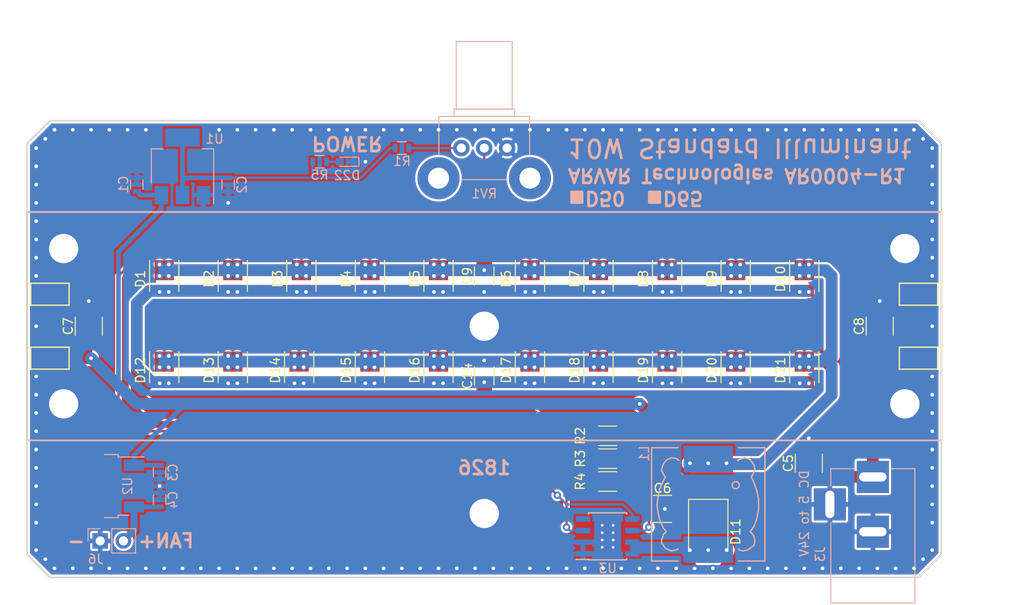
<source format=kicad_pcb>
(kicad_pcb (version 20171130) (host pcbnew "(5.0.0-rc2-117-g8a2639325)")
  (layers (0 F.Cu signal) (31 B.Cu signal) (34 B.Paste user) (35 F.Paste user) (36 B.SilkS user) (37 F.SilkS user) (38 B.Mask user) (39 F.Mask user) (44 Edge.Cuts user))
  (net 0 "")
  (net 1 VCC)
  (net 2 GND)
  (net 3 +3V3)
  (net 4 +5V)
  (net 5 "Net-(D11-Pad2)")
  (net 6 "Net-(D22-Pad2)")
  (net 7 "Net-(R1-Pad2)")
  (net 8 "Net-(RV1-Pad2)")
  (net 9 LED+)
  (net 10 LED-)
  (module Resistors_SMD:R_0603 (layer B.Cu) (at 62 52 270)
    (fp_text reference C1 (at 0 1.45 270) (layer B.SilkS) (effects (justify mirror)))
    (fp_text value 100n)
    (pad 2 smd rect (at 0.75 0 270) (size 0.5 0.9) (layers B.Cu B.Paste B.Mask) (net 1 VCC))
    (pad 1 smd rect (at -0.75 0 270) (size 0.5 0.9) (layers B.Cu B.Paste B.Mask) (net 2 GND))
  )
  (module Resistors_SMD:R_0603 (layer B.Cu) (at 72 52 270)
    (fp_text reference C2 (at 0 -1.5 270) (layer B.SilkS) (effects (justify mirror)))
    (fp_text value 100n)
    (pad 1 smd rect (at -0.75 0 270) (size 0.5 0.9) (layers B.Cu B.Paste B.Mask) (net 3 +3V3))
    (pad 2 smd rect (at 0.75 0 270) (size 0.5 0.9) (layers B.Cu B.Paste B.Mask) (net 2 GND))
  )
  (module Resistors_SMD:R_0603 (layer B.Cu) (at 64.5 83.5 90)
    (fp_text reference C3 (at 0 1.45 90) (layer B.SilkS) (effects (justify mirror)))
    (fp_text value 100n)
    (pad 2 smd rect (at 0.75 0 90) (size 0.5 0.9) (layers B.Cu B.Paste B.Mask) (net 1 VCC))
    (pad 1 smd rect (at -0.75 0 90) (size 0.5 0.9) (layers B.Cu B.Paste B.Mask) (net 2 GND))
  )
  (module Resistors_SMD:R_0603 (layer B.Cu) (at 64.5 86.5 90)
    (fp_text reference C4 (at 0 1.45 90) (layer B.SilkS) (effects (justify mirror)))
    (fp_text value 100n)
    (pad 1 smd rect (at -0.75 0 90) (size 0.5 0.9) (layers B.Cu B.Paste B.Mask) (net 4 +5V))
    (pad 2 smd rect (at 0.75 0 90) (size 0.5 0.9) (layers B.Cu B.Paste B.Mask) (net 2 GND))
  )
  (module Resistors_SMD:R_1210 (layer F.Cu) (at 135.5 82.5 90)
    (fp_text reference C5 (at 0 -2.25 90) (layer F.SilkS))
    (fp_text value 10u)
    (pad 2 smd rect (at 1.45 0 90) (size 0.9 2.5) (layers F.Cu F.Paste F.Mask) (net 2 GND))
    (pad 1 smd rect (at -1.45 0 90) (size 0.9 2.5) (layers F.Cu F.Paste F.Mask) (net 1 VCC))
  )
  (module Resistors_SMD:R_1210 (layer F.Cu) (at 119.5 87.5)
    (fp_text reference C6 (at 0 -2.25) (layer F.SilkS))
    (fp_text value 10u)
    (pad 1 smd rect (at -1.45 0) (size 0.9 2.5) (layers F.Cu F.Paste F.Mask) (net 1 VCC))
    (pad 2 smd rect (at 1.45 0) (size 0.9 2.5) (layers F.Cu F.Paste F.Mask) (net 2 GND))
  )
  (module Resistors_SMD:R_1210 (layer F.Cu) (at 56.75 67.5 90)
    (fp_text reference C7 (at 0 -2.25 90) (layer F.SilkS))
    (fp_text value 10u)
    (pad 2 smd rect (at 1.45 0 90) (size 0.9 2.5) (layers F.Cu F.Paste F.Mask) (net 2 GND))
    (pad 1 smd rect (at -1.45 0 90) (size 0.9 2.5) (layers F.Cu F.Paste F.Mask) (net 1 VCC))
  )
  (module Resistors_SMD:R_1210 (layer F.Cu) (at 143.25 67.5 90)
    (fp_text reference C8 (at 0 -2.25 90) (layer F.SilkS))
    (fp_text value 10u)
    (pad 1 smd rect (at -1.45 0 90) (size 0.9 2.5) (layers F.Cu F.Paste F.Mask) (net 1 VCC))
    (pad 2 smd rect (at 1.45 0 90) (size 0.9 2.5) (layers F.Cu F.Paste F.Mask) (net 2 GND))
  )
  (module Resistors_SMD:R_1206 (layer F.Cu) (at 100 62 90)
    (fp_text reference C9 (at 0 -1.85 90) (layer F.SilkS))
    (fp_text value 1u)
    (pad 1 smd rect (at -1.45 0 90) (size 0.9 1.7) (layers F.Cu F.Paste F.Mask) (net 9 LED+))
    (pad 2 smd rect (at 1.45 0 90) (size 0.9 1.7) (layers F.Cu F.Paste F.Mask) (net 10 LED-))
  )
  (module Resistors_SMD:R_1206 (layer F.Cu) (at 100 72.95 90)
    (fp_text reference C14 (at 0 -1.85 90) (layer F.SilkS))
    (fp_text value 1u)
    (pad 2 smd rect (at 1.45 0 90) (size 0.9 1.7) (layers F.Cu F.Paste F.Mask) (net 10 LED-))
    (pad 1 smd rect (at -1.45 0 90) (size 0.9 1.7) (layers F.Cu F.Paste F.Mask) (net 9 LED+))
  )
  (module LEDs:LED_PLCC_2835 (layer F.Cu) (at 65 62.5 270)
    (fp_text reference D1 (at -0.18 2.6 270) (layer F.SilkS))
    (fp_text value EAHC)
    (pad 2 smd rect (at 1.13 0 90) (size 1.3 2.1) (layers F.Cu F.Paste F.Mask) (net 9 LED+))
    (pad 1 smd rect (at -1.13 0 90) (size 2.2 2.1) (layers F.Cu F.Paste F.Mask) (net 10 LED-))
  )
  (module LEDs:LED_PLCC_2835 (layer F.Cu) (at 72.5 62.5 270)
    (fp_text reference D2 (at -0.18 2.6 270) (layer F.SilkS))
    (fp_text value EAHC)
    (pad 1 smd rect (at -1.13 0 90) (size 2.2 2.1) (layers F.Cu F.Paste F.Mask) (net 10 LED-))
    (pad 2 smd rect (at 1.13 0 90) (size 1.3 2.1) (layers F.Cu F.Paste F.Mask) (net 9 LED+))
  )
  (module LEDs:LED_PLCC_2835 (layer F.Cu) (at 80 62.5 270)
    (fp_text reference D3 (at -0.18 2.6 270) (layer F.SilkS))
    (fp_text value EAHC)
    (pad 2 smd rect (at 1.13 0 90) (size 1.3 2.1) (layers F.Cu F.Paste F.Mask) (net 9 LED+))
    (pad 1 smd rect (at -1.13 0 90) (size 2.2 2.1) (layers F.Cu F.Paste F.Mask) (net 10 LED-))
  )
  (module LEDs:LED_PLCC_2835 (layer F.Cu) (at 87.5 62.5 270)
    (fp_text reference D4 (at -0.18 2.6 270) (layer F.SilkS))
    (fp_text value EAHC)
    (pad 1 smd rect (at -1.13 0 90) (size 2.2 2.1) (layers F.Cu F.Paste F.Mask) (net 10 LED-))
    (pad 2 smd rect (at 1.13 0 90) (size 1.3 2.1) (layers F.Cu F.Paste F.Mask) (net 9 LED+))
  )
  (module LEDs:LED_PLCC_2835 (layer F.Cu) (at 95 62.5 270)
    (fp_text reference D5 (at -0.18 2.6 270) (layer F.SilkS))
    (fp_text value EAHC)
    (pad 1 smd rect (at -1.13 0 90) (size 2.2 2.1) (layers F.Cu F.Paste F.Mask) (net 10 LED-))
    (pad 2 smd rect (at 1.13 0 90) (size 1.3 2.1) (layers F.Cu F.Paste F.Mask) (net 9 LED+))
  )
  (module LEDs:LED_PLCC_2835 (layer F.Cu) (at 105 62.5 270)
    (fp_text reference D6 (at -0.18 2.6 270) (layer F.SilkS))
    (fp_text value EAHC)
    (pad 2 smd rect (at 1.13 0 90) (size 1.3 2.1) (layers F.Cu F.Paste F.Mask) (net 9 LED+))
    (pad 1 smd rect (at -1.13 0 90) (size 2.2 2.1) (layers F.Cu F.Paste F.Mask) (net 10 LED-))
  )
  (module LEDs:LED_PLCC_2835 (layer F.Cu) (at 112.5 62.5 270)
    (fp_text reference D7 (at -0.18 2.6 270) (layer F.SilkS))
    (fp_text value EAHC)
    (pad 1 smd rect (at -1.13 0 90) (size 2.2 2.1) (layers F.Cu F.Paste F.Mask) (net 10 LED-))
    (pad 2 smd rect (at 1.13 0 90) (size 1.3 2.1) (layers F.Cu F.Paste F.Mask) (net 9 LED+))
  )
  (module LEDs:LED_PLCC_2835 (layer F.Cu) (at 120 62.5 270)
    (fp_text reference D8 (at -0.18 2.6 270) (layer F.SilkS))
    (fp_text value EAHC)
    (pad 2 smd rect (at 1.13 0 90) (size 1.3 2.1) (layers F.Cu F.Paste F.Mask) (net 9 LED+))
    (pad 1 smd rect (at -1.13 0 90) (size 2.2 2.1) (layers F.Cu F.Paste F.Mask) (net 10 LED-))
  )
  (module LEDs:LED_PLCC_2835 (layer F.Cu) (at 127.5 62.5 270)
    (fp_text reference D9 (at -0.18 2.6 270) (layer F.SilkS))
    (fp_text value EAHC)
    (pad 1 smd rect (at -1.13 0 90) (size 2.2 2.1) (layers F.Cu F.Paste F.Mask) (net 10 LED-))
    (pad 2 smd rect (at 1.13 0 90) (size 1.3 2.1) (layers F.Cu F.Paste F.Mask) (net 9 LED+))
  )
  (module LEDs:LED_PLCC_2835 (layer F.Cu) (at 135 62.5 270)
    (fp_text reference D10 (at -0.18 2.6 270) (layer F.SilkS))
    (fp_text value EAHC)
    (pad 2 smd rect (at 1.13 0 90) (size 1.3 2.1) (layers F.Cu F.Paste F.Mask) (net 9 LED+))
    (pad 1 smd rect (at -1.13 0 90) (size 2.2 2.1) (layers F.Cu F.Paste F.Mask) (net 10 LED-))
  )
  (module Diodes_SMD:D_SMB (layer F.Cu) (at 124.5 90 270)
    (fp_text reference D11 (at 0 -3 270) (layer F.SilkS))
    (fp_text value Schottky)
    (pad 1 smd rect (at -2.15 0 270) (size 2.5 2.3) (layers F.Cu F.Paste F.Mask) (net 1 VCC))
    (pad 2 smd rect (at 2.15 0 270) (size 2.5 2.3) (layers F.Cu F.Paste F.Mask) (net 5 "Net-(D11-Pad2)"))
  )
  (module LEDs:LED_PLCC_2835 (layer F.Cu) (at 65 72.5 270)
    (fp_text reference D12 (at -0.18 2.6 270) (layer F.SilkS))
    (fp_text value EAHC)
    (pad 1 smd rect (at -1.13 0 90) (size 2.2 2.1) (layers F.Cu F.Paste F.Mask) (net 10 LED-))
    (pad 2 smd rect (at 1.13 0 90) (size 1.3 2.1) (layers F.Cu F.Paste F.Mask) (net 9 LED+))
  )
  (module LEDs:LED_PLCC_2835 (layer F.Cu) (at 72.5 72.5 270)
    (fp_text reference D13 (at -0.18 2.6 270) (layer F.SilkS))
    (fp_text value EAHC)
    (pad 1 smd rect (at -1.13 0 90) (size 2.2 2.1) (layers F.Cu F.Paste F.Mask) (net 10 LED-))
    (pad 2 smd rect (at 1.13 0 90) (size 1.3 2.1) (layers F.Cu F.Paste F.Mask) (net 9 LED+))
  )
  (module LEDs:LED_PLCC_2835 (layer F.Cu) (at 79.76 72.5 270)
    (fp_text reference D14 (at -0.18 2.6 270) (layer F.SilkS))
    (fp_text value EAHC)
    (pad 1 smd rect (at -1.13 0 90) (size 2.2 2.1) (layers F.Cu F.Paste F.Mask) (net 10 LED-))
    (pad 2 smd rect (at 1.13 0 90) (size 1.3 2.1) (layers F.Cu F.Paste F.Mask) (net 9 LED+))
  )
  (module LEDs:LED_PLCC_2835 (layer F.Cu) (at 87.5 72.5 270)
    (fp_text reference D15 (at -0.18 2.6 270) (layer F.SilkS))
    (fp_text value EAHC)
    (pad 2 smd rect (at 1.13 0 90) (size 1.3 2.1) (layers F.Cu F.Paste F.Mask) (net 9 LED+))
    (pad 1 smd rect (at -1.13 0 90) (size 2.2 2.1) (layers F.Cu F.Paste F.Mask) (net 10 LED-))
  )
  (module LEDs:LED_PLCC_2835 (layer F.Cu) (at 95 72.5 270)
    (fp_text reference D16 (at -0.18 2.6 270) (layer F.SilkS))
    (fp_text value EAHC)
    (pad 2 smd rect (at 1.13 0 90) (size 1.3 2.1) (layers F.Cu F.Paste F.Mask) (net 9 LED+))
    (pad 1 smd rect (at -1.13 0 90) (size 2.2 2.1) (layers F.Cu F.Paste F.Mask) (net 10 LED-))
  )
  (module LEDs:LED_PLCC_2835 (layer F.Cu) (at 105 72.5 270)
    (fp_text reference D17 (at -0.18 2.6 270) (layer F.SilkS))
    (fp_text value EAHC)
    (pad 1 smd rect (at -1.13 0 90) (size 2.2 2.1) (layers F.Cu F.Paste F.Mask) (net 10 LED-))
    (pad 2 smd rect (at 1.13 0 90) (size 1.3 2.1) (layers F.Cu F.Paste F.Mask) (net 9 LED+))
  )
  (module LEDs:LED_PLCC_2835 (layer F.Cu) (at 112.5 72.5 270)
    (fp_text reference D18 (at -0.18 2.6 270) (layer F.SilkS))
    (fp_text value EAHC)
    (pad 2 smd rect (at 1.13 0 90) (size 1.3 2.1) (layers F.Cu F.Paste F.Mask) (net 9 LED+))
    (pad 1 smd rect (at -1.13 0 90) (size 2.2 2.1) (layers F.Cu F.Paste F.Mask) (net 10 LED-))
  )
  (module LEDs:LED_PLCC_2835 (layer F.Cu) (at 120 72.5 270)
    (fp_text reference D19 (at -0.18 2.6 270) (layer F.SilkS))
    (fp_text value EAHC)
    (pad 1 smd rect (at -1.13 0 90) (size 2.2 2.1) (layers F.Cu F.Paste F.Mask) (net 10 LED-))
    (pad 2 smd rect (at 1.13 0 90) (size 1.3 2.1) (layers F.Cu F.Paste F.Mask) (net 9 LED+))
  )
  (module LEDs:LED_PLCC_2835 (layer F.Cu) (at 127.5 72.5 270)
    (fp_text reference D20 (at -0.18 2.6 270) (layer F.SilkS))
    (fp_text value EAHC)
    (pad 2 smd rect (at 1.13 0 90) (size 1.3 2.1) (layers F.Cu F.Paste F.Mask) (net 9 LED+))
    (pad 1 smd rect (at -1.13 0 90) (size 2.2 2.1) (layers F.Cu F.Paste F.Mask) (net 10 LED-))
  )
  (module LEDs:LED_PLCC_2835 (layer F.Cu) (at 135 72.5 270)
    (fp_text reference D21 (at -0.18 2.6 270) (layer F.SilkS))
    (fp_text value EAHC)
    (pad 2 smd rect (at 1.13 0 90) (size 1.3 2.1) (layers F.Cu F.Paste F.Mask) (net 9 LED+))
    (pad 1 smd rect (at -1.13 0 90) (size 2.2 2.1) (layers F.Cu F.Paste F.Mask) (net 10 LED-))
  )
  (module Measurement_Points:Test_Point_Keystone_5019_Minature (layer F.Cu) (at 147.5 71)
    (fp_text reference J1 hide)
    (fp_text value +)
    (pad 1 smd rect (at 0 0) (size 3.8 2) (layers F.Cu F.Paste F.Mask) (net 1 VCC))
  )
  (module Measurement_Points:Test_Point_Keystone_5019_Minature (layer F.Cu) (at 52.5 71)
    (fp_text reference J2 hide)
    (fp_text value +)
    (pad 1 smd rect (at 0 0) (size 3.8 2) (layers F.Cu F.Paste F.Mask) (net 1 VCC))
  )
  (module Connectors:BARREL_JACK (layer B.Cu) (at 142.5 84 90)
    (fp_text reference J3 (at -8.45 -5.75 -90) (layer B.SilkS) (effects (justify mirror)))
    (fp_text value 5.5mm)
    (pad 3 thru_hole rect (at -3 -4.7 90) (size 3.5 3.5) (drill oval 3 1) (layers *.Cu *.Mask) (net 2 GND))
    (pad 2 thru_hole rect (at -6 0 90) (size 3.5 3.5) (drill oval 1 3) (layers *.Cu *.Mask) (net 2 GND))
    (pad 1 thru_hole rect (at 0 0 90) (size 3.5 3.5) (drill oval 1 3) (layers *.Cu *.Mask) (net 1 VCC))
  )
  (module Measurement_Points:Test_Point_Keystone_5019_Minature (layer F.Cu) (at 147.5 64)
    (fp_text reference J4 hide)
    (fp_text value -)
    (pad 1 smd rect (at 0 0) (size 3.8 2) (layers F.Cu F.Paste F.Mask) (net 2 GND))
  )
  (module Measurement_Points:Test_Point_Keystone_5019_Minature (layer F.Cu) (at 52.5 64)
    (fp_text reference J5 hide)
    (fp_text value -)
    (pad 1 smd rect (at 0 0) (size 3.8 2) (layers F.Cu F.Paste F.Mask) (net 2 GND))
  )
  (module Pin_Headers:Pin_Header_Straight_1x02_Pitch2.54mm (layer B.Cu) (at 58 91 270)
    (fp_text reference J6 (at 2 0.5) (layer B.SilkS) (effects (justify mirror)))
    (fp_text value FAN)
    (pad 2 thru_hole oval (at 0 -2.54 270) (size 1.7 1.7) (drill 1) (layers *.Cu *.Mask) (net 4 +5V))
    (pad 1 thru_hole rect (at 0 0 270) (size 1.7 1.7) (drill 1) (layers *.Cu *.Mask) (net 2 GND))
  )
  (module Choke_SMD:Choke_SMD_12x12mm_h4.5mm (layer B.Cu) (at 124.5 87 270)
    (fp_text reference L1 (at -5.54954 7 270) (layer B.SilkS) (effects (justify mirror)))
    (fp_text value 33u)
    (pad 1 smd rect (at -4.95046 0 270) (size 2.90068 5.40004) (layers B.Cu B.Paste B.Mask) (net 10 LED-))
    (pad 2 smd rect (at 4.95046 0 270) (size 2.90068 5.40004) (layers B.Cu B.Paste B.Mask) (net 5 "Net-(D11-Pad2)"))
  )
  (module Resistors_SMD:R_0603 (layer B.Cu) (at 91 48)
    (fp_text reference R1 (at 0 1.45) (layer B.SilkS) (effects (justify mirror)))
    (fp_text value 2.7k)
    (pad 1 smd rect (at -0.75 0) (size 0.5 0.9) (layers B.Cu B.Paste B.Mask) (net 3 +3V3))
    (pad 2 smd rect (at 0.75 0) (size 0.5 0.9) (layers B.Cu B.Paste B.Mask) (net 7 "Net-(R1-Pad2)"))
  )
  (module Potentiometers:Potentiometer_Alps_RK09K_Vertical (layer B.Cu) (at 97.5 48 90)
    (fp_text reference RV1 (at -5 2.5 180) (layer B.SilkS) (effects (justify mirror)))
    (fp_text value 10k)
    (pad 0 thru_hole circle (at -3.3 -2.5 90) (size 4.6 4.6) (drill 2.3) (layers *.Cu *.Mask))
    (pad 0 thru_hole circle (at -3.3 7.5 90) (size 4.6 4.6) (drill 2.3) (layers *.Cu *.Mask))
    (pad 1 thru_hole circle (at 0 0 90) (size 1.8 1.8) (drill 1) (layers *.Cu *.Mask) (net 7 "Net-(R1-Pad2)"))
    (pad 2 thru_hole circle (at 0 2.5 90) (size 1.8 1.8) (drill 1) (layers *.Cu *.Mask) (net 8 "Net-(RV1-Pad2)"))
    (pad 3 thru_hole circle (at 0 5 90) (size 1.8 1.8) (drill 1) (layers *.Cu *.Mask) (net 2 GND))
  )
  (module TO_SOT_Packages_SMD:TO-252-2 (layer B.Cu) (at 57.5 85 180)
    (fp_text reference U2 (at -3.5 0 270) (layer B.SilkS) (effects (justify mirror)))
    (fp_text value L7805)
    (pad 2 smd rect (at 0.425 -1.525 180) (size 3.05 2.75) (layers B.Cu B.Paste) (net 2 GND))
    (pad 2 smd rect (at 3.775 1.525 180) (size 3.05 2.75) (layers B.Cu B.Paste) (net 2 GND))
    (pad 2 smd rect (at 0.425 1.525 180) (size 3.05 2.75) (layers B.Cu B.Paste) (net 2 GND))
    (pad 2 smd rect (at 3.775 -1.525 180) (size 3.05 2.75) (layers B.Cu B.Paste) (net 2 GND))
    (pad 2 smd rect (at 2.1 0 180) (size 6.4 5.8) (layers B.Cu B.Mask) (net 2 GND))
    (pad 3 smd rect (at -4.2 -2.28 180) (size 2.2 1.2) (layers B.Cu B.Paste B.Mask) (net 4 +5V))
    (pad 1 smd rect (at -4.2 2.28 180) (size 2.2 1.2) (layers B.Cu B.Paste B.Mask) (net 1 VCC))
  )
  (module Mounting_Holes:MountingHole_3.2mm_M3_ISO14580_Pad (layer F.Cu) (at 54 59)
    (fp_text reference MK1 hide)
    (fp_text value "M3 Mounting Hole")
    (pad 1 thru_hole circle (at 0 0) (size 5.5 5.5) (drill 3.2) (layers *.Cu *.Mask) (net 2 GND))
  )
  (module Mounting_Holes:MountingHole_3.2mm_M3_ISO14580_Pad (layer F.Cu) (at 100 67.5)
    (fp_text reference MK2 hide)
    (fp_text value "M3 Mounting Hole")
    (pad 1 thru_hole circle (at 0 0) (size 5.5 5.5) (drill 3.2) (layers *.Cu *.Mask) (net 2 GND))
  )
  (module Mounting_Holes:MountingHole_3.2mm_M3_ISO14580_Pad (layer F.Cu) (at 146 59)
    (fp_text reference MK3 hide)
    (fp_text value "M3 Mounting Hole")
    (pad 1 thru_hole circle (at 0 0) (size 5.5 5.5) (drill 3.2) (layers *.Cu *.Mask) (net 2 GND))
  )
  (module Mounting_Holes:MountingHole_3.2mm_M3_ISO14580_Pad (layer F.Cu) (at 54 76)
    (fp_text reference MK4 hide)
    (fp_text value "M3 Mounting Hole")
    (pad 1 thru_hole circle (at 0 0) (size 5.5 5.5) (drill 3.2) (layers *.Cu *.Mask) (net 2 GND))
  )
  (module Mounting_Holes:MountingHole_3.2mm_M3_ISO14580_Pad (layer F.Cu) (at 100 88)
    (fp_text reference MK5 hide)
    (fp_text value "M3 Mounting Hole")
    (pad 1 thru_hole circle (at 0 0) (size 5.5 5.5) (drill 3.2) (layers *.Cu *.Mask) (net 2 GND))
  )
  (module Mounting_Holes:MountingHole_3.2mm_M3_ISO14580_Pad (layer F.Cu) (at 146 76)
    (fp_text reference MK6 hide)
    (fp_text value "M3 Mounting Hole")
    (pad 1 thru_hole circle (at 0 0) (size 5.5 5.5) (drill 3.2) (layers *.Cu *.Mask) (net 2 GND))
  )
  (module TO_SOT_Packages_SMD:SOT-223-3_TabPin2 (layer B.Cu) (at 67 50 90)
    (fp_text reference U1 (at 3 3.5 180) (layer B.SilkS) (effects (justify mirror)))
    (fp_text value AP1117-33)
    (pad 1 smd rect (at -3.15 2.3 90) (size 2 1.5) (layers B.Cu B.Paste B.Mask) (net 2 GND))
    (pad 3 smd rect (at -3.15 -2.3 90) (size 2 1.5) (layers B.Cu B.Paste B.Mask) (net 1 VCC))
    (pad 2 smd rect (at -3.15 0 90) (size 2 1.5) (layers B.Cu B.Paste B.Mask) (net 3 +3V3))
    (pad 2 smd rect (at 3.15 0 90) (size 2 3.8) (layers B.Cu B.Paste B.Mask) (net 3 +3V3))
  )
  (module LEDs:LED_0603 (layer B.Cu) (at 85 49.5 180)
    (fp_text reference D22 (at 0 -1.5 180) (layer B.SilkS) (effects (justify mirror)))
    (fp_text value BLUE)
    (pad 1 smd rect (at -0.8 0) (size 0.8 0.8) (layers B.Cu B.Paste B.Mask) (net 2 GND))
    (pad 2 smd rect (at 0.8 0) (size 0.8 0.8) (layers B.Cu B.Paste B.Mask) (net 6 "Net-(D22-Pad2)"))
  )
  (module Resistors_SMD:R_1206 (layer F.Cu) (at 113.5 79.5)
    (fp_text reference R2 (at -3 0 90) (layer F.SilkS))
    (fp_text value 0.1)
    (pad 1 smd rect (at -1.45 0) (size 0.9 1.7) (layers F.Cu F.Paste F.Mask) (net 9 LED+))
    (pad 2 smd rect (at 1.45 0) (size 0.9 1.7) (layers F.Cu F.Paste F.Mask) (net 1 VCC))
  )
  (module Resistors_SMD:R_1206 (layer F.Cu) (at 113.5 82)
    (fp_text reference R3 (at -3 0 90) (layer F.SilkS))
    (fp_text value 0.1)
    (pad 2 smd rect (at 1.45 0) (size 0.9 1.7) (layers F.Cu F.Paste F.Mask) (net 1 VCC))
    (pad 1 smd rect (at -1.45 0) (size 0.9 1.7) (layers F.Cu F.Paste F.Mask) (net 9 LED+))
  )
  (module Resistors_SMD:R_1206 (layer F.Cu) (at 113.5 84.5)
    (fp_text reference R4 (at -3 0 90) (layer F.SilkS))
    (fp_text value 0.1)
    (pad 2 smd rect (at 1.45 0) (size 0.9 1.7) (layers F.Cu F.Paste F.Mask) (net 1 VCC))
    (pad 1 smd rect (at -1.45 0) (size 0.9 1.7) (layers F.Cu F.Paste F.Mask) (net 9 LED+))
  )
  (module Housings_SOIC:HTSOP-8-1EP_3.9x4.9mm_Pitch1.27mm_ThermalVias_LargeCopper (layer B.Cu) (at 113.5 90.5)
    (fp_text reference U3 (at 0 3.5) (layer B.SilkS) (effects (justify mirror)))
    (fp_text value AL8843MP)
    (pad 9 smd rect (at 0 0) (size 2.95 4.5) (layers B.Cu) (net 2 GND))
    (pad 1 smd rect (at -2.7 1.905) (size 1.55 0.6) (layers B.Cu B.Paste B.Mask) (net 2 GND))
    (pad 2 smd rect (at -2.7 0.635) (size 1.55 0.6) (layers B.Cu B.Paste B.Mask) (net 2 GND))
    (pad 3 smd rect (at -2.7 -0.635) (size 1.55 0.6) (layers B.Cu B.Paste B.Mask) (net 9 LED+))
    (pad 4 smd rect (at -2.7 -1.905) (size 1.55 0.6) (layers B.Cu B.Paste B.Mask))
    (pad 5 smd rect (at 2.7 -1.905) (size 1.55 0.6) (layers B.Cu B.Paste B.Mask) (net 8 "Net-(RV1-Pad2)"))
    (pad 6 smd rect (at 2.7 -0.635) (size 1.55 0.6) (layers B.Cu B.Paste B.Mask) (net 1 VCC))
    (pad 7 smd rect (at 2.7 0.635) (size 1.55 0.6) (layers B.Cu B.Paste B.Mask) (net 5 "Net-(D11-Pad2)"))
    (pad 8 smd rect (at 2.7 1.905) (size 1.55 0.6) (layers B.Cu B.Paste B.Mask) (net 5 "Net-(D11-Pad2)"))
    (pad 9 smd rect (at 0.6 -0.8) (size 1.2 1.6) (layers B.Cu B.Paste B.Mask) (net 2 GND))
    (pad 9 smd rect (at 0.6 0.8) (size 1.2 1.6) (layers B.Cu B.Paste B.Mask) (net 2 GND))
    (pad 9 smd rect (at -0.6 -0.8) (size 1.2 1.6) (layers B.Cu B.Paste B.Mask) (net 2 GND))
    (pad 9 smd rect (at -0.6 0.8) (size 1.2 1.6) (layers B.Cu B.Paste B.Mask) (net 2 GND))
    (pad 9 smd rect (at 0 0) (size 2.95 4.5) (layers F.Cu) (net 2 GND))
    (pad 9 thru_hole circle (at -0.6 1.2) (size 0.6 0.6) (drill 0.3) (layers *.Cu) (net 2 GND))
    (pad 9 thru_hole circle (at -0.6 0.4) (size 0.6 0.6) (drill 0.3) (layers *.Cu) (net 2 GND))
    (pad 9 thru_hole circle (at 0.6 0.4) (size 0.6 0.6) (drill 0.3) (layers *.Cu) (net 2 GND))
    (pad 9 thru_hole circle (at 0.6 1.2) (size 0.6 0.6) (drill 0.3) (layers *.Cu) (net 2 GND))
    (pad 9 thru_hole circle (at -0.6 -1.2) (size 0.6 0.6) (drill 0.3) (layers *.Cu) (net 2 GND))
    (pad 9 thru_hole circle (at -0.6 -0.4) (size 0.6 0.6) (drill 0.3) (layers *.Cu) (net 2 GND))
    (pad 9 thru_hole circle (at 0.6 -0.4) (size 0.6 0.6) (drill 0.3) (layers *.Cu) (net 2 GND))
    (pad 9 thru_hole circle (at 0.6 -1.2) (size 0.6 0.6) (drill 0.3) (layers *.Cu) (net 2 GND))
  )
  (module Resistors_SMD:R_0603 (layer B.Cu) (at 82 49.5)
    (fp_text reference R5 (at 0 1.45) (layer B.SilkS) (effects (justify mirror)))
    (fp_text value 1k)
    (pad 2 smd rect (at 0.75 0) (size 0.5 0.9) (layers B.Cu B.Paste B.Mask) (net 6 "Net-(D22-Pad2)"))
    (pad 1 smd rect (at -0.75 0) (size 0.5 0.9) (layers B.Cu B.Paste B.Mask) (net 3 +3V3))
  )
  (gr_text "■D50  ■D65" (at 109 53.5 180) (layer B.SilkS) (effects (font (size 1.5 1.5) (thickness 0.3)) (justify left mirror)))
  (gr_text "DC 5 to 24V" (at 135 88 90) (layer B.SilkS) (effects (font (size 1 1)) (justify mirror)))
  (gr_text 1826 (at 100 83) (layer B.SilkS) (effects (font (size 1.5 1.5) (thickness 0.3)) (justify mirror)))
  (gr_text "10W Standard Illuminant" (at 109 48 180) (layer B.SilkS) (effects (font (size 2 2) (thickness 0.3)) (justify left mirror)))
  (gr_text "ARVAR Technologies AR0004-R1" (at 109 51 180) (layer B.SilkS) (effects (font (size 1.5 1.5) (thickness 0.3)) (justify left mirror)))
  (gr_text POWER (at 85 47.5 180) (layer B.SilkS) (effects (font (size 1.5 1.5) (thickness 0.3)) (justify mirror)))
  (gr_text - (at 56.5 91) (layer B.SilkS) (effects (font (size 1.5 1.5) (thickness 0.3)) (justify left mirror)))
  (gr_text FAN+ (at 62 91) (layer B.SilkS) (effects (font (size 1.5 1.5) (thickness 0.3)) (justify right mirror)))
  (gr_line (start 150 55) (end 50 55) (layer B.SilkS) (width 0.2))
  (gr_line (start 150 80) (end 150 55) (layer B.SilkS) (width 0.2))
  (gr_line (start 50 80) (end 150 80) (layer B.SilkS) (width 0.2))
  (gr_line (start 50 55) (end 50 80) (layer B.SilkS) (width 0.2))
  (gr_line (start 50 47.5) (end 50 92.5) (layer Edge.Cuts) (width 0.15))
  (gr_line (start 147.5 45) (end 52.5 45) (layer Edge.Cuts) (width 0.15))
  (gr_line (start 150 92.5) (end 150 47.5) (layer Edge.Cuts) (width 0.15))
  (gr_line (start 52.5 95) (end 147.5 95) (layer Edge.Cuts) (width 0.15))
  (gr_line (start 50 92.5) (end 52.5 95) (layer Edge.Cuts) (width 0.2))
  (gr_line (start 52.5 45) (end 50 47.5) (layer Edge.Cuts) (width 0.2))
  (gr_line (start 147.5 45) (end 150 47.5) (layer Edge.Cuts) (width 0.2))
  (gr_line (start 150 92.5) (end 147.5 95) (layer Edge.Cuts) (width 0.2))
  (segment (start 147.5 71) (end 144.33 71) (width 1.27) (layer F.Cu) (net 1))
  (via (at 57 71) (size 0.8) (drill 0.4) (layers F.Cu B.Cu) (net 1))
  (segment (start 142.5 84) (end 134 84) (width 1.27) (layer F.Cu) (net 1))
  (segment (start 130.15 87.85) (end 124.5 87.85) (width 1.27) (layer F.Cu) (net 1))
  (segment (start 134 84) (end 130.15 87.85) (width 1.27) (layer F.Cu) (net 1))
  (segment (start 116.162 82) (end 114.95 82) (width 0.762) (layer F.Cu) (net 1))
  (segment (start 118.75 82) (end 116.162 82) (width 0.762) (layer F.Cu) (net 1))
  (segment (start 114.95 84.5) (end 114.95 82) (width 0.762) (layer F.Cu) (net 1))
  (segment (start 114.95 82) (end 114.95 79.5) (width 0.762) (layer F.Cu) (net 1))
  (segment (start 124.5 87.75) (end 118.75 82) (width 1.27) (layer F.Cu) (net 1))
  (segment (start 124.5 87.85) (end 124.5 87.75) (width 1.27) (layer F.Cu) (net 1))
  (via (at 117 76) (size 0.8) (drill 0.4) (layers F.Cu B.Cu) (net 1))
  (segment (start 118.75 82) (end 118.75 77.75) (width 1.27) (layer F.Cu) (net 1))
  (segment (start 118.75 77.75) (end 117 76) (width 1.27) (layer F.Cu) (net 1))
  (via (at 118 89.5) (size 0.8) (drill 0.4) (layers F.Cu B.Cu) (net 1))
  (segment (start 116.2 89.865) (end 117.635 89.865) (width 0.25) (layer B.Cu) (net 1))
  (segment (start 117.635 89.865) (end 118 89.5) (width 0.25) (layer B.Cu) (net 1))
  (segment (start 118 89.5) (end 118 86) (width 0.25) (layer F.Cu) (net 1))
  (segment (start 116.5 84.5) (end 114.95 84.5) (width 0.25) (layer F.Cu) (net 1))
  (segment (start 118 86) (end 116.5 84.5) (width 0.25) (layer F.Cu) (net 1))
  (segment (start 142.5 80.98) (end 142.5 84) (width 1.27) (layer F.Cu) (net 1))
  (segment (start 141.5 79.98) (end 142.5 80.98) (width 1.27) (layer F.Cu) (net 1))
  (segment (start 144.33 71) (end 141.5 73.83) (width 1.27) (layer F.Cu) (net 1))
  (segment (start 141.5 73.83) (end 141.5 79.98) (width 1.27) (layer F.Cu) (net 1))
  (segment (start 64.47 82.72) (end 64.5 82.75) (width 0.508) (layer B.Cu) (net 1))
  (segment (start 61.7 82.72) (end 64.47 82.72) (width 0.508) (layer B.Cu) (net 1))
  (segment (start 67.312 76) (end 68.5 76) (width 0.508) (layer B.Cu) (net 1))
  (segment (start 61.7 81.612) (end 67.312 76) (width 0.508) (layer B.Cu) (net 1))
  (segment (start 61.7 82.72) (end 61.7 81.612) (width 0.508) (layer B.Cu) (net 1))
  (segment (start 62 76) (end 68.5 76) (width 1.27) (layer B.Cu) (net 1))
  (segment (start 68.5 76) (end 109 76) (width 1.27) (layer B.Cu) (net 1))
  (segment (start 64.7 54.658) (end 64.7 53.15) (width 0.508) (layer B.Cu) (net 1))
  (segment (start 60 59.358) (end 64.7 54.658) (width 0.508) (layer B.Cu) (net 1))
  (segment (start 60 74) (end 60 59.358) (width 0.508) (layer B.Cu) (net 1))
  (segment (start 60 74) (end 62 76) (width 1.27) (layer B.Cu) (net 1))
  (segment (start 62.4 53.15) (end 62 52.75) (width 0.508) (layer B.Cu) (net 1))
  (segment (start 64.7 53.15) (end 62.4 53.15) (width 0.508) (layer B.Cu) (net 1))
  (segment (start 55.912 71) (end 55.5 71) (width 0.762) (layer F.Cu) (net 1))
  (segment (start 56.75 70.162) (end 55.912 71) (width 0.762) (layer F.Cu) (net 1))
  (segment (start 56.75 68.95) (end 56.75 70.162) (width 0.762) (layer F.Cu) (net 1))
  (segment (start 57 71) (end 55.5 71) (width 1.27) (layer F.Cu) (net 1))
  (segment (start 55.5 71) (end 52.5 71) (width 1.27) (layer F.Cu) (net 1))
  (segment (start 144.088 71) (end 144.33 71) (width 0.762) (layer F.Cu) (net 1))
  (segment (start 143.25 70.162) (end 144.088 71) (width 0.762) (layer F.Cu) (net 1))
  (segment (start 143.25 68.95) (end 143.25 70.162) (width 0.762) (layer F.Cu) (net 1))
  (segment (start 115.5 76) (end 109 76) (width 1.27) (layer B.Cu) (net 1))
  (segment (start 58 72) (end 60 74) (width 1.27) (layer B.Cu) (net 1))
  (segment (start 58 72) (end 57 71) (width 1.27) (layer B.Cu) (net 1))
  (segment (start 115.5 76) (end 117 76) (width 1.27) (layer B.Cu) (net 1))
  (via (at 51 62) (size 0.8) (drill 0.4) (layers F.Cu B.Cu) (net 2))
  (segment (start 51.75 62) (end 51 62) (width 0.25) (layer F.Cu) (net 2))
  (segment (start 52.5 64) (end 52.5 62.75) (width 0.25) (layer F.Cu) (net 2))
  (segment (start 52.5 62.75) (end 51.75 62) (width 0.25) (layer F.Cu) (net 2))
  (via (at 51 60) (size 0.8) (drill 0.4) (layers F.Cu B.Cu) (net 2))
  (segment (start 51 62) (end 51 60) (width 0.25) (layer B.Cu) (net 2))
  (via (at 51 58) (size 0.8) (drill 0.4) (layers F.Cu B.Cu) (net 2))
  (segment (start 51 60) (end 51 58) (width 0.25) (layer F.Cu) (net 2))
  (via (at 51 56) (size 0.8) (drill 0.4) (layers F.Cu B.Cu) (net 2))
  (segment (start 51 58) (end 51 56) (width 0.25) (layer B.Cu) (net 2))
  (via (at 51 54) (size 0.8) (drill 0.4) (layers F.Cu B.Cu) (net 2))
  (segment (start 51 56) (end 51 54) (width 0.25) (layer F.Cu) (net 2))
  (via (at 51 52) (size 0.8) (drill 0.4) (layers F.Cu B.Cu) (net 2))
  (segment (start 51 54) (end 51 52) (width 0.25) (layer B.Cu) (net 2))
  (via (at 51 50) (size 0.8) (drill 0.4) (layers F.Cu B.Cu) (net 2))
  (segment (start 51 52) (end 51 50) (width 0.25) (layer F.Cu) (net 2))
  (via (at 51 48) (size 0.8) (drill 0.4) (layers F.Cu B.Cu) (net 2))
  (segment (start 51 50) (end 51 48) (width 0.25) (layer B.Cu) (net 2))
  (via (at 53 46) (size 0.8) (drill 0.4) (layers F.Cu B.Cu) (net 2))
  (via (at 55 46) (size 0.8) (drill 0.4) (layers F.Cu B.Cu) (net 2))
  (segment (start 53 46) (end 55 46) (width 0.25) (layer B.Cu) (net 2))
  (via (at 57 46) (size 0.8) (drill 0.4) (layers F.Cu B.Cu) (net 2))
  (segment (start 55 46) (end 57 46) (width 0.25) (layer F.Cu) (net 2))
  (via (at 59 46) (size 0.8) (drill 0.4) (layers F.Cu B.Cu) (net 2))
  (segment (start 57 46) (end 59 46) (width 0.25) (layer B.Cu) (net 2))
  (via (at 61 46) (size 0.8) (drill 0.4) (layers F.Cu B.Cu) (net 2))
  (segment (start 59 46) (end 61 46) (width 0.25) (layer F.Cu) (net 2))
  (via (at 63 46) (size 0.8) (drill 0.4) (layers F.Cu B.Cu) (net 2))
  (segment (start 61 46) (end 63 46) (width 0.25) (layer B.Cu) (net 2))
  (via (at 52 47) (size 0.8) (drill 0.4) (layers F.Cu B.Cu) (net 2))
  (segment (start 51 48) (end 52 47) (width 0.25) (layer F.Cu) (net 2))
  (segment (start 52 47) (end 53 46) (width 0.25) (layer F.Cu) (net 2))
  (via (at 149 62) (size 0.8) (drill 0.4) (layers F.Cu B.Cu) (net 2))
  (segment (start 148.25 62) (end 149 62) (width 0.25) (layer F.Cu) (net 2))
  (segment (start 147.5 64) (end 147.5 62.75) (width 0.25) (layer F.Cu) (net 2))
  (segment (start 147.5 62.75) (end 148.25 62) (width 0.25) (layer F.Cu) (net 2))
  (via (at 149 60) (size 0.8) (drill 0.4) (layers F.Cu B.Cu) (net 2))
  (segment (start 149 62) (end 149 60) (width 0.25) (layer B.Cu) (net 2))
  (via (at 149 58) (size 0.8) (drill 0.4) (layers F.Cu B.Cu) (net 2))
  (segment (start 149 60) (end 149 58) (width 0.25) (layer F.Cu) (net 2))
  (via (at 149 56) (size 0.8) (drill 0.4) (layers F.Cu B.Cu) (net 2))
  (segment (start 149 58) (end 149 56) (width 0.25) (layer B.Cu) (net 2))
  (via (at 149 54) (size 0.8) (drill 0.4) (layers F.Cu B.Cu) (net 2))
  (segment (start 149 56) (end 149 54) (width 0.25) (layer F.Cu) (net 2))
  (via (at 149 52) (size 0.8) (drill 0.4) (layers F.Cu B.Cu) (net 2))
  (segment (start 149 54) (end 149 52) (width 0.25) (layer B.Cu) (net 2))
  (via (at 149 50) (size 0.8) (drill 0.4) (layers F.Cu B.Cu) (net 2))
  (segment (start 149 52) (end 149 50) (width 0.25) (layer F.Cu) (net 2))
  (via (at 149 48) (size 0.8) (drill 0.4) (layers F.Cu B.Cu) (net 2))
  (segment (start 149 50) (end 149 48) (width 0.25) (layer B.Cu) (net 2))
  (via (at 148 47) (size 0.8) (drill 0.4) (layers F.Cu B.Cu) (net 2))
  (segment (start 149 48) (end 148 47) (width 0.25) (layer F.Cu) (net 2))
  (via (at 147 46) (size 0.8) (drill 0.4) (layers F.Cu B.Cu) (net 2))
  (segment (start 148 47) (end 147 46) (width 0.25) (layer F.Cu) (net 2))
  (via (at 145 46) (size 0.8) (drill 0.4) (layers F.Cu B.Cu) (net 2))
  (segment (start 147 46) (end 145 46) (width 0.25) (layer B.Cu) (net 2))
  (via (at 143 46) (size 0.8) (drill 0.4) (layers F.Cu B.Cu) (net 2))
  (segment (start 145 46) (end 143 46) (width 0.25) (layer F.Cu) (net 2))
  (via (at 141 46) (size 0.8) (drill 0.4) (layers F.Cu B.Cu) (net 2))
  (segment (start 143 46) (end 141 46) (width 0.25) (layer B.Cu) (net 2))
  (via (at 139 46) (size 0.8) (drill 0.4) (layers F.Cu B.Cu) (net 2))
  (segment (start 141 46) (end 139 46) (width 0.25) (layer F.Cu) (net 2))
  (via (at 137 46) (size 0.8) (drill 0.4) (layers F.Cu B.Cu) (net 2))
  (segment (start 139 46) (end 137 46) (width 0.25) (layer B.Cu) (net 2))
  (via (at 135 46) (size 0.8) (drill 0.4) (layers F.Cu B.Cu) (net 2))
  (segment (start 137 46) (end 135 46) (width 0.25) (layer F.Cu) (net 2))
  (via (at 133 46) (size 0.8) (drill 0.4) (layers F.Cu B.Cu) (net 2))
  (segment (start 135 46) (end 133 46) (width 0.25) (layer B.Cu) (net 2))
  (via (at 131 46) (size 0.8) (drill 0.4) (layers F.Cu B.Cu) (net 2))
  (segment (start 133 46) (end 131 46) (width 0.25) (layer F.Cu) (net 2))
  (via (at 129 46) (size 0.8) (drill 0.4) (layers F.Cu B.Cu) (net 2))
  (segment (start 131 46) (end 129 46) (width 0.25) (layer B.Cu) (net 2))
  (via (at 127 46) (size 0.8) (drill 0.4) (layers F.Cu B.Cu) (net 2))
  (segment (start 129 46) (end 127 46) (width 0.25) (layer F.Cu) (net 2))
  (via (at 125 46) (size 0.8) (drill 0.4) (layers F.Cu B.Cu) (net 2))
  (segment (start 127 46) (end 125 46) (width 0.25) (layer B.Cu) (net 2))
  (via (at 123 46) (size 0.8) (drill 0.4) (layers F.Cu B.Cu) (net 2))
  (segment (start 125 46) (end 123 46) (width 0.25) (layer F.Cu) (net 2))
  (via (at 121 46) (size 0.8) (drill 0.4) (layers F.Cu B.Cu) (net 2))
  (segment (start 123 46) (end 121 46) (width 0.25) (layer B.Cu) (net 2))
  (segment (start 121 46) (end 119 46) (width 0.25) (layer F.Cu) (net 2))
  (via (at 119 46) (size 0.8) (drill 0.4) (layers F.Cu B.Cu) (net 2))
  (via (at 117 46) (size 0.8) (drill 0.4) (layers F.Cu B.Cu) (net 2))
  (segment (start 119 46) (end 117 46) (width 0.25) (layer B.Cu) (net 2))
  (via (at 115 46) (size 0.8) (drill 0.4) (layers F.Cu B.Cu) (net 2))
  (segment (start 117 46) (end 115 46) (width 0.25) (layer F.Cu) (net 2))
  (via (at 113 46) (size 0.8) (drill 0.4) (layers F.Cu B.Cu) (net 2))
  (segment (start 115 46) (end 113 46) (width 0.25) (layer B.Cu) (net 2))
  (via (at 111 46) (size 0.8) (drill 0.4) (layers F.Cu B.Cu) (net 2))
  (segment (start 113 46) (end 111 46) (width 0.25) (layer F.Cu) (net 2))
  (via (at 109 46) (size 0.8) (drill 0.4) (layers F.Cu B.Cu) (net 2))
  (segment (start 111 46) (end 109 46) (width 0.25) (layer B.Cu) (net 2))
  (via (at 107 46) (size 0.8) (drill 0.4) (layers F.Cu B.Cu) (net 2))
  (segment (start 109 46) (end 107 46) (width 0.25) (layer F.Cu) (net 2))
  (via (at 105 46) (size 0.8) (drill 0.4) (layers F.Cu B.Cu) (net 2))
  (segment (start 107 46) (end 105 46) (width 0.25) (layer B.Cu) (net 2))
  (via (at 103 46) (size 0.8) (drill 0.4) (layers F.Cu B.Cu) (net 2))
  (segment (start 105 46) (end 103 46) (width 0.25) (layer F.Cu) (net 2))
  (via (at 101 46) (size 0.8) (drill 0.4) (layers F.Cu B.Cu) (net 2))
  (segment (start 103 46) (end 101 46) (width 0.25) (layer B.Cu) (net 2))
  (via (at 99 46) (size 0.8) (drill 0.4) (layers F.Cu B.Cu) (net 2))
  (segment (start 101 46) (end 99 46) (width 0.25) (layer F.Cu) (net 2))
  (via (at 97 46) (size 0.8) (drill 0.4) (layers F.Cu B.Cu) (net 2))
  (segment (start 99 46) (end 97 46) (width 0.25) (layer B.Cu) (net 2))
  (via (at 95 46) (size 0.8) (drill 0.4) (layers F.Cu B.Cu) (net 2))
  (segment (start 97 46) (end 95 46) (width 0.25) (layer F.Cu) (net 2))
  (via (at 93 46) (size 0.8) (drill 0.4) (layers F.Cu B.Cu) (net 2))
  (segment (start 95 46) (end 93 46) (width 0.25) (layer B.Cu) (net 2))
  (via (at 91 46) (size 0.8) (drill 0.4) (layers F.Cu B.Cu) (net 2))
  (segment (start 93 46) (end 91 46) (width 0.25) (layer F.Cu) (net 2))
  (via (at 89 46) (size 0.8) (drill 0.4) (layers F.Cu B.Cu) (net 2))
  (segment (start 91 46) (end 89 46) (width 0.25) (layer B.Cu) (net 2))
  (via (at 87 46) (size 0.8) (drill 0.4) (layers F.Cu B.Cu) (net 2))
  (segment (start 89 46) (end 87 46) (width 0.25) (layer B.Cu) (net 2))
  (via (at 85 46) (size 0.8) (drill 0.4) (layers F.Cu B.Cu) (net 2))
  (segment (start 87 46) (end 85 46) (width 0.25) (layer F.Cu) (net 2))
  (via (at 83 46) (size 0.8) (drill 0.4) (layers F.Cu B.Cu) (net 2))
  (segment (start 85 46) (end 83 46) (width 0.25) (layer B.Cu) (net 2))
  (via (at 81 46) (size 0.8) (drill 0.4) (layers F.Cu B.Cu) (net 2))
  (segment (start 83 46) (end 81 46) (width 0.25) (layer F.Cu) (net 2))
  (via (at 79 46) (size 0.8) (drill 0.4) (layers F.Cu B.Cu) (net 2))
  (segment (start 81 46) (end 79 46) (width 0.25) (layer B.Cu) (net 2))
  (via (at 77 46) (size 0.8) (drill 0.4) (layers F.Cu B.Cu) (net 2))
  (segment (start 79 46) (end 77 46) (width 0.25) (layer F.Cu) (net 2))
  (via (at 149 67.5) (size 0.8) (drill 0.4) (layers F.Cu B.Cu) (net 2))
  (segment (start 147.5 64) (end 147.5 66) (width 0.25) (layer F.Cu) (net 2))
  (segment (start 147.5 66) (end 149 67.5) (width 0.25) (layer F.Cu) (net 2))
  (via (at 51 67.5) (size 0.8) (drill 0.4) (layers F.Cu B.Cu) (net 2))
  (segment (start 52.5 64) (end 52.5 66) (width 0.25) (layer F.Cu) (net 2))
  (segment (start 52.5 66) (end 51 67.5) (width 0.25) (layer F.Cu) (net 2))
  (via (at 51 73) (size 0.8) (drill 0.4) (layers F.Cu B.Cu) (net 2))
  (segment (start 54 76) (end 51 73) (width 0.25) (layer F.Cu) (net 2))
  (via (at 51 75) (size 0.8) (drill 0.4) (layers F.Cu B.Cu) (net 2))
  (segment (start 51 73) (end 51 75) (width 0.25) (layer B.Cu) (net 2))
  (via (at 51 77) (size 0.8) (drill 0.4) (layers F.Cu B.Cu) (net 2))
  (segment (start 51 75) (end 51 77) (width 0.25) (layer F.Cu) (net 2))
  (via (at 51 79) (size 0.8) (drill 0.4) (layers F.Cu B.Cu) (net 2))
  (segment (start 51 77) (end 51 79) (width 0.25) (layer B.Cu) (net 2))
  (via (at 51 81) (size 0.8) (drill 0.4) (layers F.Cu B.Cu) (net 2))
  (segment (start 51 79) (end 51 81) (width 0.25) (layer F.Cu) (net 2))
  (via (at 51 83) (size 0.8) (drill 0.4) (layers F.Cu B.Cu) (net 2))
  (segment (start 51 81) (end 51 83) (width 0.25) (layer B.Cu) (net 2))
  (via (at 51 85) (size 0.8) (drill 0.4) (layers F.Cu B.Cu) (net 2))
  (segment (start 51 83) (end 51 85) (width 0.25) (layer F.Cu) (net 2))
  (via (at 51 87) (size 0.8) (drill 0.4) (layers F.Cu B.Cu) (net 2))
  (segment (start 51 85) (end 51 87) (width 0.25) (layer B.Cu) (net 2))
  (via (at 51 89) (size 0.8) (drill 0.4) (layers F.Cu B.Cu) (net 2))
  (segment (start 51 87) (end 51 89) (width 0.25) (layer F.Cu) (net 2))
  (via (at 52 93) (size 0.8) (drill 0.4) (layers F.Cu B.Cu) (net 2))
  (segment (start 51 92) (end 52 93) (width 0.25) (layer F.Cu) (net 2))
  (via (at 53 94) (size 0.8) (drill 0.4) (layers F.Cu B.Cu) (net 2))
  (segment (start 52 93) (end 53 94) (width 0.25) (layer B.Cu) (net 2))
  (via (at 55 94) (size 0.8) (drill 0.4) (layers F.Cu B.Cu) (net 2))
  (segment (start 53 94) (end 55 94) (width 0.25) (layer F.Cu) (net 2))
  (via (at 57 94) (size 0.8) (drill 0.4) (layers F.Cu B.Cu) (net 2))
  (segment (start 55 94) (end 57 94) (width 0.25) (layer B.Cu) (net 2))
  (via (at 59 94) (size 0.8) (drill 0.4) (layers F.Cu B.Cu) (net 2))
  (segment (start 57 94) (end 59 94) (width 0.25) (layer F.Cu) (net 2))
  (via (at 61 94) (size 0.8) (drill 0.4) (layers F.Cu B.Cu) (net 2))
  (segment (start 59 94) (end 61 94) (width 0.25) (layer B.Cu) (net 2))
  (via (at 63 94) (size 0.8) (drill 0.4) (layers F.Cu B.Cu) (net 2))
  (segment (start 61 94) (end 63 94) (width 0.25) (layer F.Cu) (net 2))
  (via (at 65 94) (size 0.8) (drill 0.4) (layers F.Cu B.Cu) (net 2))
  (segment (start 63 94) (end 65 94) (width 0.25) (layer B.Cu) (net 2))
  (via (at 67 94) (size 0.8) (drill 0.4) (layers F.Cu B.Cu) (net 2))
  (segment (start 65 94) (end 67 94) (width 0.25) (layer F.Cu) (net 2))
  (via (at 69 94) (size 0.8) (drill 0.4) (layers F.Cu B.Cu) (net 2))
  (segment (start 67 94) (end 69 94) (width 0.25) (layer B.Cu) (net 2))
  (via (at 71 94) (size 0.8) (drill 0.4) (layers F.Cu B.Cu) (net 2))
  (segment (start 69 94) (end 71 94) (width 0.25) (layer F.Cu) (net 2))
  (via (at 73 94) (size 0.8) (drill 0.4) (layers F.Cu B.Cu) (net 2))
  (segment (start 71 94) (end 73 94) (width 0.25) (layer B.Cu) (net 2))
  (via (at 75 94) (size 0.8) (drill 0.4) (layers F.Cu B.Cu) (net 2))
  (segment (start 73 94) (end 75 94) (width 0.25) (layer F.Cu) (net 2))
  (via (at 77 94) (size 0.8) (drill 0.4) (layers F.Cu B.Cu) (net 2))
  (segment (start 75 94) (end 77 94) (width 0.25) (layer B.Cu) (net 2))
  (via (at 79 94) (size 0.8) (drill 0.4) (layers F.Cu B.Cu) (net 2))
  (segment (start 77 94) (end 79 94) (width 0.25) (layer F.Cu) (net 2))
  (via (at 81 94) (size 0.8) (drill 0.4) (layers F.Cu B.Cu) (net 2))
  (segment (start 79 94) (end 81 94) (width 0.25) (layer B.Cu) (net 2))
  (via (at 83 94) (size 0.8) (drill 0.4) (layers F.Cu B.Cu) (net 2))
  (segment (start 81 94) (end 83 94) (width 0.25) (layer F.Cu) (net 2))
  (via (at 85 94) (size 0.8) (drill 0.4) (layers F.Cu B.Cu) (net 2))
  (segment (start 83 94) (end 85 94) (width 0.25) (layer B.Cu) (net 2))
  (via (at 87 94) (size 0.8) (drill 0.4) (layers F.Cu B.Cu) (net 2))
  (segment (start 85 94) (end 87 94) (width 0.25) (layer F.Cu) (net 2))
  (via (at 89 94) (size 0.8) (drill 0.4) (layers F.Cu B.Cu) (net 2))
  (segment (start 87 94) (end 89 94) (width 0.25) (layer B.Cu) (net 2))
  (via (at 91 94) (size 0.8) (drill 0.4) (layers F.Cu B.Cu) (net 2))
  (segment (start 89 94) (end 91 94) (width 0.25) (layer F.Cu) (net 2))
  (via (at 93 94) (size 0.8) (drill 0.4) (layers F.Cu B.Cu) (net 2))
  (segment (start 91 94) (end 93 94) (width 0.25) (layer B.Cu) (net 2))
  (via (at 95 94) (size 0.8) (drill 0.4) (layers F.Cu B.Cu) (net 2))
  (segment (start 93 94) (end 95 94) (width 0.25) (layer F.Cu) (net 2))
  (via (at 97 94) (size 0.8) (drill 0.4) (layers F.Cu B.Cu) (net 2))
  (segment (start 95 94) (end 97 94) (width 0.25) (layer B.Cu) (net 2))
  (segment (start 97 94) (end 99 94) (width 0.25) (layer F.Cu) (net 2))
  (via (at 75 46) (size 0.8) (drill 0.4) (layers F.Cu B.Cu) (net 2))
  (segment (start 77 46) (end 75 46) (width 0.25) (layer B.Cu) (net 2))
  (via (at 73 46) (size 0.8) (drill 0.4) (layers F.Cu B.Cu) (net 2))
  (segment (start 75 46) (end 73 46) (width 0.25) (layer F.Cu) (net 2))
  (via (at 71 46) (size 0.8) (drill 0.4) (layers F.Cu B.Cu) (net 2))
  (segment (start 73 46) (end 71 46) (width 0.25) (layer B.Cu) (net 2))
  (via (at 143.25 64.75) (size 0.8) (drill 0.4) (layers F.Cu B.Cu) (net 2))
  (segment (start 143.25 66.05) (end 143.25 64.75) (width 0.25) (layer F.Cu) (net 2))
  (via (at 56.75 64.75) (size 0.8) (drill 0.4) (layers F.Cu B.Cu) (net 2))
  (segment (start 56.75 66.05) (end 56.75 64.75) (width 0.25) (layer F.Cu) (net 2))
  (via (at 87 49.5) (size 0.8) (drill 0.4) (layers F.Cu B.Cu) (net 2))
  (segment (start 85.8 49.5) (end 87 49.5) (width 0.25) (layer B.Cu) (net 2))
  (via (at 72 54) (size 0.8) (drill 0.4) (layers F.Cu B.Cu) (net 2))
  (segment (start 72 52.75) (end 72 54) (width 0.25) (layer B.Cu) (net 2))
  (via (at 64.5 85) (size 0.8) (drill 0.4) (layers F.Cu B.Cu) (net 2))
  (segment (start 64.5 84.25) (end 64.5 85) (width 0.25) (layer B.Cu) (net 2))
  (via (at 135.5 79.75) (size 0.8) (drill 0.4) (layers F.Cu B.Cu) (net 2))
  (segment (start 135.5 81.05) (end 135.5 79.75) (width 0.25) (layer F.Cu) (net 2))
  (via (at 119.75 87.5) (size 0.8) (drill 0.4) (layers F.Cu B.Cu) (net 2))
  (segment (start 120.95 87.5) (end 119.75 87.5) (width 0.25) (layer F.Cu) (net 2))
  (via (at 149 81) (size 0.8) (drill 0.4) (layers F.Cu B.Cu) (net 2))
  (via (at 149 73) (size 0.8) (drill 0.4) (layers F.Cu B.Cu) (net 2))
  (via (at 149 79) (size 0.8) (drill 0.4) (layers F.Cu B.Cu) (net 2))
  (via (at 149 85) (size 0.8) (drill 0.4) (layers F.Cu B.Cu) (net 2))
  (via (at 149 83) (size 0.8) (drill 0.4) (layers F.Cu B.Cu) (net 2))
  (via (at 149 77) (size 0.8) (drill 0.4) (layers F.Cu B.Cu) (net 2))
  (via (at 149 89) (size 0.8) (drill 0.4) (layers F.Cu B.Cu) (net 2))
  (via (at 149 87) (size 0.8) (drill 0.4) (layers F.Cu B.Cu) (net 2))
  (via (at 149 75) (size 0.8) (drill 0.4) (layers F.Cu B.Cu) (net 2))
  (segment (start 149 79) (end 149 81) (width 0.25) (layer B.Cu) (net 2))
  (segment (start 149 81) (end 149 83) (width 0.25) (layer F.Cu) (net 2))
  (segment (start 149 83) (end 149 85) (width 0.25) (layer B.Cu) (net 2))
  (segment (start 149 77) (end 149 79) (width 0.25) (layer F.Cu) (net 2))
  (segment (start 149 89) (end 149 91) (width 0.25) (layer F.Cu) (net 2))
  (segment (start 149 87) (end 149 89) (width 0.25) (layer B.Cu) (net 2))
  (segment (start 149 85) (end 149 87) (width 0.25) (layer F.Cu) (net 2))
  (segment (start 149 75) (end 149 77) (width 0.25) (layer B.Cu) (net 2))
  (segment (start 149 73) (end 149 75) (width 0.25) (layer F.Cu) (net 2))
  (segment (start 146 76) (end 149 73) (width 0.25) (layer B.Cu) (net 2))
  (via (at 149 92) (size 0.8) (drill 0.4) (layers F.Cu B.Cu) (net 2))
  (segment (start 149 91) (end 149 92) (width 0.25) (layer F.Cu) (net 2))
  (via (at 148 93) (size 0.8) (drill 0.4) (layers F.Cu B.Cu) (net 2))
  (segment (start 149 92) (end 148 93) (width 0.25) (layer B.Cu) (net 2))
  (via (at 147 94) (size 0.8) (drill 0.4) (layers F.Cu B.Cu) (net 2))
  (segment (start 148 93) (end 147 94) (width 0.25) (layer F.Cu) (net 2))
  (segment (start 147 94) (end 145 94) (width 0.25) (layer B.Cu) (net 2))
  (via (at 145 94) (size 0.8) (drill 0.4) (layers F.Cu B.Cu) (net 2))
  (via (at 143 94) (size 0.8) (drill 0.4) (layers F.Cu B.Cu) (net 2))
  (segment (start 145 94) (end 143 94) (width 0.25) (layer B.Cu) (net 2))
  (via (at 141 94) (size 0.8) (drill 0.4) (layers F.Cu B.Cu) (net 2))
  (segment (start 143 94) (end 141 94) (width 0.25) (layer F.Cu) (net 2))
  (via (at 139 94) (size 0.8) (drill 0.4) (layers F.Cu B.Cu) (net 2))
  (segment (start 141 94) (end 139 94) (width 0.25) (layer B.Cu) (net 2))
  (via (at 137 94) (size 0.8) (drill 0.4) (layers F.Cu B.Cu) (net 2))
  (segment (start 139 94) (end 137 94) (width 0.25) (layer F.Cu) (net 2))
  (via (at 135 94) (size 0.8) (drill 0.4) (layers F.Cu B.Cu) (net 2))
  (segment (start 137 94) (end 135 94) (width 0.25) (layer B.Cu) (net 2))
  (via (at 133 94) (size 0.8) (drill 0.4) (layers F.Cu B.Cu) (net 2))
  (segment (start 135 94) (end 133 94) (width 0.25) (layer F.Cu) (net 2))
  (via (at 131 94) (size 0.8) (drill 0.4) (layers F.Cu B.Cu) (net 2))
  (segment (start 133 94) (end 131 94) (width 0.25) (layer B.Cu) (net 2))
  (via (at 129 94) (size 0.8) (drill 0.4) (layers F.Cu B.Cu) (net 2))
  (segment (start 131 94) (end 129 94) (width 0.25) (layer F.Cu) (net 2))
  (via (at 127 94.000802) (size 0.8) (drill 0.4) (layers F.Cu B.Cu) (net 2))
  (segment (start 129 94) (end 127.000802 94) (width 0.25) (layer B.Cu) (net 2))
  (segment (start 127.000802 94) (end 127 94.000802) (width 0.25) (layer B.Cu) (net 2))
  (via (at 125 94.000802) (size 0.8) (drill 0.4) (layers F.Cu B.Cu) (net 2))
  (segment (start 127 94.000802) (end 125 94.000802) (width 0.25) (layer F.Cu) (net 2))
  (via (at 123 94.000802) (size 0.8) (drill 0.4) (layers F.Cu B.Cu) (net 2))
  (segment (start 125 94.000802) (end 123 94.000802) (width 0.25) (layer B.Cu) (net 2))
  (via (at 121 94) (size 0.8) (drill 0.4) (layers F.Cu B.Cu) (net 2))
  (segment (start 123 94.000802) (end 121.000802 94.000802) (width 0.25) (layer F.Cu) (net 2))
  (segment (start 121.000802 94.000802) (end 121 94) (width 0.25) (layer F.Cu) (net 2))
  (via (at 119 94) (size 0.8) (drill 0.4) (layers F.Cu B.Cu) (net 2))
  (segment (start 121 94) (end 119 94) (width 0.25) (layer B.Cu) (net 2))
  (via (at 117 94) (size 0.8) (drill 0.4) (layers F.Cu B.Cu) (net 2))
  (segment (start 119 94) (end 117 94) (width 0.25) (layer F.Cu) (net 2))
  (via (at 115 94) (size 0.8) (drill 0.4) (layers F.Cu B.Cu) (net 2))
  (segment (start 117 94) (end 115 94) (width 0.25) (layer B.Cu) (net 2))
  (via (at 113 94) (size 0.8) (drill 0.4) (layers F.Cu B.Cu) (net 2))
  (segment (start 115 94) (end 113 94) (width 0.25) (layer F.Cu) (net 2))
  (via (at 111 94) (size 0.8) (drill 0.4) (layers F.Cu B.Cu) (net 2))
  (segment (start 113 94) (end 111 94) (width 0.25) (layer B.Cu) (net 2))
  (via (at 109 94) (size 0.8) (drill 0.4) (layers F.Cu B.Cu) (net 2))
  (segment (start 111 94) (end 109 94) (width 0.25) (layer F.Cu) (net 2))
  (via (at 107 94) (size 0.8) (drill 0.4) (layers F.Cu B.Cu) (net 2))
  (segment (start 109 94) (end 107 94) (width 0.25) (layer B.Cu) (net 2))
  (via (at 105 94) (size 0.8) (drill 0.4) (layers F.Cu B.Cu) (net 2))
  (segment (start 107 94) (end 105 94) (width 0.25) (layer F.Cu) (net 2))
  (via (at 103 94) (size 0.8) (drill 0.4) (layers F.Cu B.Cu) (net 2))
  (segment (start 105 94) (end 103 94) (width 0.25) (layer B.Cu) (net 2))
  (via (at 101 94) (size 0.8) (drill 0.4) (layers F.Cu B.Cu) (net 2))
  (segment (start 103 94) (end 101 94) (width 0.25) (layer F.Cu) (net 2))
  (via (at 99 94) (size 0.8) (drill 0.4) (layers F.Cu B.Cu) (net 2))
  (segment (start 101 94) (end 99 94) (width 0.25) (layer B.Cu) (net 2))
  (via (at 51 92) (size 0.8) (drill 0.4) (layers F.Cu B.Cu) (net 2))
  (segment (start 67 51.642) (end 67 53.15) (width 0.508) (layer B.Cu) (net 3))
  (segment (start 67.392 51.25) (end 67 51.642) (width 0.508) (layer B.Cu) (net 3))
  (segment (start 72 51.25) (end 67.392 51.25) (width 0.508) (layer B.Cu) (net 3))
  (segment (start 67 46.85) (end 67 51.642) (width 0.508) (layer B.Cu) (net 3))
  (segment (start 72.7 51.25) (end 72 51.25) (width 0.25) (layer B.Cu) (net 3))
  (segment (start 89.75 48) (end 86.5 51.25) (width 0.25) (layer B.Cu) (net 3))
  (segment (start 90.25 48) (end 89.75 48) (width 0.25) (layer B.Cu) (net 3))
  (segment (start 73 51.25) (end 72.7 51.25) (width 0.25) (layer B.Cu) (net 3))
  (segment (start 81.2 51.05) (end 81 51.25) (width 0.25) (layer B.Cu) (net 3))
  (segment (start 81.2 49.5) (end 81.2 51.05) (width 0.25) (layer B.Cu) (net 3))
  (segment (start 86.5 51.25) (end 81 51.25) (width 0.25) (layer B.Cu) (net 3))
  (segment (start 81 51.25) (end 73 51.25) (width 0.25) (layer B.Cu) (net 3))
  (segment (start 64.47 87.28) (end 64.5 87.25) (width 0.508) (layer B.Cu) (net 4))
  (segment (start 61.7 87.28) (end 64.47 87.28) (width 0.508) (layer B.Cu) (net 4))
  (segment (start 61.7 89.84) (end 60.54 91) (width 0.762) (layer B.Cu) (net 4))
  (segment (start 61.7 87.28) (end 61.7 89.84) (width 0.762) (layer B.Cu) (net 4))
  (segment (start 116.2 92.405) (end 116.2 91.135) (width 0.508) (layer B.Cu) (net 5))
  (segment (start 124.5 92.5) (end 122.5 92.5) (width 1.27) (layer B.Cu) (net 5))
  (segment (start 122.5 92.5) (end 121.75 91.75) (width 1.27) (layer B.Cu) (net 5))
  (segment (start 121.75 91.75) (end 116.75 91.75) (width 1.27) (layer B.Cu) (net 5))
  (via (at 126.5 92) (size 0.8) (drill 0.4) (layers F.Cu B.Cu) (net 5))
  (segment (start 124.5 92.15) (end 126.35 92.15) (width 1.27) (layer F.Cu) (net 5))
  (segment (start 126.35 92.15) (end 126.5 92) (width 1.27) (layer F.Cu) (net 5))
  (via (at 122.5 92) (size 0.8) (drill 0.4) (layers F.Cu B.Cu) (net 5))
  (segment (start 124.5 92.15) (end 122.65 92.15) (width 1.27) (layer F.Cu) (net 5))
  (segment (start 122.65 92.15) (end 122.5 92) (width 1.27) (layer F.Cu) (net 5))
  (via (at 124.5 92) (size 0.8) (drill 0.4) (layers F.Cu B.Cu) (net 5))
  (segment (start 124.5 92.15) (end 124.5 92) (width 1.27) (layer F.Cu) (net 5))
  (segment (start 126.5 92) (end 122.5 92) (width 1.27) (layer F.Cu) (net 5))
  (segment (start 82.8 49.5) (end 84.2 49.5) (width 0.25) (layer B.Cu) (net 6))
  (segment (start 97.5 48) (end 91.75 48) (width 0.25) (layer B.Cu) (net 7))
  (segment (start 100 48) (end 100 54) (width 0.25) (layer F.Cu) (net 8))
  (segment (start 100 54) (end 96 58) (width 0.25) (layer F.Cu) (net 8))
  (segment (start 96 58) (end 64 58) (width 0.25) (layer F.Cu) (net 8))
  (segment (start 64 58) (end 60 62) (width 0.25) (layer F.Cu) (net 8))
  (segment (start 60 62) (end 60 76) (width 0.25) (layer F.Cu) (net 8))
  (segment (start 60 76) (end 63 79) (width 0.25) (layer F.Cu) (net 8))
  (segment (start 63 79) (end 101 79) (width 0.25) (layer F.Cu) (net 8))
  (via (at 108 86) (size 0.8) (drill 0.4) (layers F.Cu B.Cu) (net 8))
  (segment (start 101 79) (end 108 86) (width 0.25) (layer F.Cu) (net 8))
  (segment (start 108 86) (end 109 87) (width 0.25) (layer B.Cu) (net 8))
  (segment (start 116.2 88.045) (end 116.2 88.595) (width 0.25) (layer B.Cu) (net 8))
  (segment (start 115.155 87) (end 116.2 88.045) (width 0.25) (layer B.Cu) (net 8))
  (segment (start 109 87) (end 115.155 87) (width 0.25) (layer B.Cu) (net 8))
  (via (at 65.5 63.75) (size 0.8) (drill 0.4) (layers F.Cu B.Cu) (net 9))
  (via (at 73 63.75) (size 0.8) (drill 0.4) (layers F.Cu B.Cu) (net 9))
  (via (at 72 63.75) (size 0.8) (drill 0.4) (layers F.Cu B.Cu) (net 9))
  (via (at 79.5 63.75) (size 0.8) (drill 0.4) (layers F.Cu B.Cu) (net 9))
  (via (at 80.5 63.75) (size 0.8) (drill 0.4) (layers F.Cu B.Cu) (net 9))
  (via (at 88 63.75) (size 0.8) (drill 0.4) (layers F.Cu B.Cu) (net 9))
  (via (at 87 63.75) (size 0.8) (drill 0.4) (layers F.Cu B.Cu) (net 9))
  (via (at 94.5 63.75) (size 0.8) (drill 0.4) (layers F.Cu B.Cu) (net 9))
  (via (at 95.5 63.75) (size 0.8) (drill 0.4) (layers F.Cu B.Cu) (net 9))
  (via (at 105.5 63.75) (size 0.8) (drill 0.4) (layers F.Cu B.Cu) (net 9))
  (via (at 104.5 63.75) (size 0.8) (drill 0.4) (layers F.Cu B.Cu) (net 9))
  (via (at 135.5 63.75) (size 0.8) (drill 0.4) (layers F.Cu B.Cu) (net 9))
  (via (at 134.5 63.75) (size 0.8) (drill 0.4) (layers F.Cu B.Cu) (net 9))
  (via (at 128 63.75) (size 0.8) (drill 0.4) (layers F.Cu B.Cu) (net 9))
  (via (at 127 63.75) (size 0.8) (drill 0.4) (layers F.Cu B.Cu) (net 9))
  (via (at 120.5 63.75) (size 0.8) (drill 0.4) (layers F.Cu B.Cu) (net 9))
  (via (at 119.5 63.75) (size 0.8) (drill 0.4) (layers F.Cu B.Cu) (net 9))
  (via (at 112 63.75) (size 0.8) (drill 0.4) (layers F.Cu B.Cu) (net 9))
  (via (at 113 63.75) (size 0.8) (drill 0.4) (layers F.Cu B.Cu) (net 9))
  (segment (start 135 63.63) (end 65 63.63) (width 1.27) (layer F.Cu) (net 9))
  (via (at 135.5 73.75) (size 0.8) (drill 0.4) (layers F.Cu B.Cu) (net 9))
  (via (at 134.5 73.75) (size 0.8) (drill 0.4) (layers F.Cu B.Cu) (net 9))
  (via (at 128 73.75) (size 0.8) (drill 0.4) (layers F.Cu B.Cu) (net 9))
  (via (at 127 73.75) (size 0.8) (drill 0.4) (layers F.Cu B.Cu) (net 9))
  (via (at 120.5 73.75) (size 0.8) (drill 0.4) (layers F.Cu B.Cu) (net 9))
  (via (at 119.5 73.75) (size 0.8) (drill 0.4) (layers F.Cu B.Cu) (net 9))
  (via (at 113 73.75) (size 0.8) (drill 0.4) (layers F.Cu B.Cu) (net 9))
  (via (at 112 73.75) (size 0.8) (drill 0.4) (layers F.Cu B.Cu) (net 9))
  (via (at 105.5 73.75) (size 0.8) (drill 0.4) (layers F.Cu B.Cu) (net 9))
  (via (at 104.5 73.75) (size 0.8) (drill 0.4) (layers F.Cu B.Cu) (net 9))
  (via (at 95.5 73.75) (size 0.8) (drill 0.4) (layers F.Cu B.Cu) (net 9))
  (via (at 94.5 73.75) (size 0.8) (drill 0.4) (layers F.Cu B.Cu) (net 9))
  (via (at 88 73.75) (size 0.8) (drill 0.4) (layers F.Cu B.Cu) (net 9))
  (via (at 87 73.75) (size 0.8) (drill 0.4) (layers F.Cu B.Cu) (net 9))
  (via (at 73 73.75) (size 0.8) (drill 0.4) (layers F.Cu B.Cu) (net 9))
  (via (at 72 73.75) (size 0.8) (drill 0.4) (layers F.Cu B.Cu) (net 9))
  (via (at 65.5 73.75) (size 0.8) (drill 0.4) (layers F.Cu B.Cu) (net 9))
  (via (at 64.5 73.75) (size 0.8) (drill 0.4) (layers F.Cu B.Cu) (net 9))
  (segment (start 135 73.63) (end 109 73.63) (width 1.27) (layer F.Cu) (net 9))
  (segment (start 64.37 63.63) (end 65 63.63) (width 1.27) (layer F.Cu) (net 9))
  (via (at 64.5 63.75) (size 0.8) (drill 0.4) (layers F.Cu B.Cu) (net 9))
  (segment (start 112.05 79.5) (end 112.05 82) (width 0.762) (layer F.Cu) (net 9))
  (segment (start 112.05 82) (end 112.05 84.5) (width 0.762) (layer F.Cu) (net 9))
  (segment (start 112.05 73.8) (end 112 73.75) (width 0.762) (layer F.Cu) (net 9))
  (segment (start 63.643034 73.63) (end 65 73.63) (width 1.27) (layer F.Cu) (net 9))
  (segment (start 62 71.986966) (end 63.643034 73.63) (width 1.27) (layer F.Cu) (net 9))
  (segment (start 62 65) (end 62 71.986966) (width 1.27) (layer F.Cu) (net 9))
  (segment (start 65 63.63) (end 63.37 63.63) (width 1.27) (layer F.Cu) (net 9))
  (segment (start 63.37 63.63) (end 62 65) (width 1.27) (layer F.Cu) (net 9))
  (segment (start 65 73.63) (end 135 73.63) (width 1.27) (layer B.Cu) (net 9))
  (segment (start 63.63 73.63) (end 65 73.63) (width 1.27) (layer B.Cu) (net 9))
  (segment (start 62 72) (end 63.63 73.63) (width 1.27) (layer B.Cu) (net 9))
  (segment (start 62 65) (end 62 72) (width 1.27) (layer B.Cu) (net 9))
  (segment (start 135 63.63) (end 63.37 63.63) (width 1.27) (layer B.Cu) (net 9))
  (segment (start 63.37 63.63) (end 62 65) (width 1.27) (layer B.Cu) (net 9))
  (via (at 109 89.5) (size 0.8) (drill 0.4) (layers F.Cu B.Cu) (net 9))
  (segment (start 110.8 89.865) (end 109.365 89.865) (width 0.25) (layer B.Cu) (net 9))
  (segment (start 109.365 89.865) (end 109 89.5) (width 0.25) (layer B.Cu) (net 9))
  (segment (start 109 89.5) (end 109 86) (width 0.25) (layer F.Cu) (net 9))
  (segment (start 110.5 84.5) (end 112.05 84.5) (width 0.25) (layer F.Cu) (net 9))
  (segment (start 109 86) (end 110.5 84.5) (width 0.25) (layer F.Cu) (net 9))
  (segment (start 100 74.4) (end 100 73.63) (width 0.254) (layer F.Cu) (net 9))
  (segment (start 109 73.63) (end 100 73.63) (width 1.27) (layer F.Cu) (net 9))
  (segment (start 100 73.63) (end 65 73.63) (width 1.27) (layer F.Cu) (net 9))
  (segment (start 62 75) (end 62 71.986966) (width 1.27) (layer F.Cu) (net 9))
  (segment (start 63.37 73.63) (end 62 75) (width 1.27) (layer F.Cu) (net 9))
  (segment (start 63.643034 73.63) (end 63.37 73.63) (width 1.27) (layer F.Cu) (net 9))
  (segment (start 112.05 79.5) (end 112.05 79.1) (width 0.762) (layer F.Cu) (net 9))
  (segment (start 64 77) (end 62 75) (width 1.27) (layer F.Cu) (net 9))
  (segment (start 105 77) (end 64 77) (width 1.27) (layer F.Cu) (net 9))
  (segment (start 112.05 82) (end 110 82) (width 1.27) (layer F.Cu) (net 9))
  (segment (start 110 82) (end 105 77) (width 1.27) (layer F.Cu) (net 9))
  (via (at 79.25 73.75) (size 0.8) (drill 0.4) (layers F.Cu B.Cu) (net 9))
  (segment (start 79.76 73.63) (end 79.37 73.63) (width 0.25) (layer F.Cu) (net 9))
  (segment (start 79.37 73.63) (end 79.25 73.75) (width 0.25) (layer F.Cu) (net 9))
  (via (at 80.25 73.75) (size 0.8) (drill 0.4) (layers F.Cu B.Cu) (net 9))
  (segment (start 79.76 73.63) (end 80.13 73.63) (width 0.25) (layer F.Cu) (net 9))
  (segment (start 80.13 73.63) (end 80.25 73.75) (width 0.25) (layer F.Cu) (net 9))
  (via (at 100 63.75) (size 0.8) (drill 0.4) (layers F.Cu B.Cu) (net 9))
  (segment (start 100 63.45) (end 100 63.75) (width 0.25) (layer F.Cu) (net 9))
  (via (at 100 73.63) (size 0.8) (drill 0.4) (layers F.Cu B.Cu) (net 9))
  (via (at 64.5 62) (size 0.8) (drill 0.4) (layers F.Cu B.Cu) (net 10))
  (via (at 65.5 62) (size 0.8) (drill 0.4) (layers F.Cu B.Cu) (net 10))
  (via (at 65.5 60.75) (size 0.8) (drill 0.4) (layers F.Cu B.Cu) (net 10))
  (via (at 64.5 60.75) (size 0.8) (drill 0.4) (layers F.Cu B.Cu) (net 10))
  (via (at 72 62) (size 0.8) (drill 0.4) (layers F.Cu B.Cu) (net 10))
  (via (at 73 62) (size 0.8) (drill 0.4) (layers F.Cu B.Cu) (net 10))
  (via (at 73 60.75) (size 0.8) (drill 0.4) (layers F.Cu B.Cu) (net 10))
  (via (at 72 60.75) (size 0.8) (drill 0.4) (layers F.Cu B.Cu) (net 10))
  (via (at 79.5 62) (size 0.8) (drill 0.4) (layers F.Cu B.Cu) (net 10))
  (via (at 80.5 62) (size 0.8) (drill 0.4) (layers F.Cu B.Cu) (net 10))
  (via (at 80.5 60.75) (size 0.8) (drill 0.4) (layers F.Cu B.Cu) (net 10))
  (via (at 79.5 60.75) (size 0.8) (drill 0.4) (layers F.Cu B.Cu) (net 10))
  (via (at 87 62) (size 0.8) (drill 0.4) (layers F.Cu B.Cu) (net 10))
  (via (at 88 62) (size 0.8) (drill 0.4) (layers F.Cu B.Cu) (net 10))
  (via (at 88 60.75) (size 0.8) (drill 0.4) (layers F.Cu B.Cu) (net 10))
  (via (at 87 60.75) (size 0.8) (drill 0.4) (layers F.Cu B.Cu) (net 10))
  (via (at 94.5 60.75) (size 0.8) (drill 0.4) (layers F.Cu B.Cu) (net 10))
  (via (at 95.5 60.75) (size 0.8) (drill 0.4) (layers F.Cu B.Cu) (net 10))
  (via (at 95.5 62) (size 0.8) (drill 0.4) (layers F.Cu B.Cu) (net 10))
  (via (at 94.5 62) (size 0.8) (drill 0.4) (layers F.Cu B.Cu) (net 10))
  (via (at 105.5 62) (size 0.8) (drill 0.4) (layers F.Cu B.Cu) (net 10))
  (via (at 104.5 62) (size 0.8) (drill 0.4) (layers F.Cu B.Cu) (net 10))
  (via (at 104.5 60.75) (size 0.8) (drill 0.4) (layers F.Cu B.Cu) (net 10))
  (via (at 105.5 60.75) (size 0.8) (drill 0.4) (layers F.Cu B.Cu) (net 10))
  (via (at 112 62) (size 0.8) (drill 0.4) (layers F.Cu B.Cu) (net 10))
  (via (at 113 62) (size 0.8) (drill 0.4) (layers F.Cu B.Cu) (net 10))
  (via (at 113 60.75) (size 0.8) (drill 0.4) (layers F.Cu B.Cu) (net 10))
  (via (at 112 60.75) (size 0.8) (drill 0.4) (layers F.Cu B.Cu) (net 10))
  (via (at 120.5 62) (size 0.8) (drill 0.4) (layers F.Cu B.Cu) (net 10))
  (via (at 119.5 62) (size 0.8) (drill 0.4) (layers F.Cu B.Cu) (net 10))
  (via (at 119.5 60.75) (size 0.8) (drill 0.4) (layers F.Cu B.Cu) (net 10))
  (via (at 120.5 60.75) (size 0.8) (drill 0.4) (layers F.Cu B.Cu) (net 10))
  (via (at 127 60.75) (size 0.8) (drill 0.4) (layers F.Cu B.Cu) (net 10))
  (via (at 127 62) (size 0.8) (drill 0.4) (layers F.Cu B.Cu) (net 10))
  (via (at 128 62) (size 0.8) (drill 0.4) (layers F.Cu B.Cu) (net 10))
  (via (at 128 60.75) (size 0.8) (drill 0.4) (layers F.Cu B.Cu) (net 10))
  (via (at 134.5 60.75) (size 0.8) (drill 0.4) (layers F.Cu B.Cu) (net 10))
  (via (at 134.5 62) (size 0.8) (drill 0.4) (layers F.Cu B.Cu) (net 10))
  (via (at 135.5 62) (size 0.8) (drill 0.4) (layers F.Cu B.Cu) (net 10))
  (via (at 135.5 60.75) (size 0.8) (drill 0.4) (layers F.Cu B.Cu) (net 10))
  (segment (start 66.12 61.37) (end 65 61.37) (width 1.27) (layer F.Cu) (net 10))
  (via (at 134.5 72) (size 0.8) (drill 0.4) (layers F.Cu B.Cu) (net 10))
  (via (at 135.5 72) (size 0.8) (drill 0.4) (layers F.Cu B.Cu) (net 10))
  (via (at 135.5 70.75) (size 0.8) (drill 0.4) (layers F.Cu B.Cu) (net 10))
  (via (at 134.5 70.75) (size 0.8) (drill 0.4) (layers F.Cu B.Cu) (net 10))
  (via (at 127 72) (size 0.8) (drill 0.4) (layers F.Cu B.Cu) (net 10))
  (via (at 128 72) (size 0.8) (drill 0.4) (layers F.Cu B.Cu) (net 10))
  (via (at 128 70.75) (size 0.8) (drill 0.4) (layers F.Cu B.Cu) (net 10))
  (via (at 127 70.75) (size 0.8) (drill 0.4) (layers F.Cu B.Cu) (net 10))
  (via (at 119.5 72) (size 0.8) (drill 0.4) (layers F.Cu B.Cu) (net 10))
  (via (at 120.5 72) (size 0.8) (drill 0.4) (layers F.Cu B.Cu) (net 10))
  (via (at 120.5 70.75) (size 0.8) (drill 0.4) (layers F.Cu B.Cu) (net 10))
  (via (at 119.5 70.75) (size 0.8) (drill 0.4) (layers F.Cu B.Cu) (net 10))
  (via (at 113 70.75) (size 0.8) (drill 0.4) (layers F.Cu B.Cu) (net 10))
  (via (at 112 70.75) (size 0.8) (drill 0.4) (layers F.Cu B.Cu) (net 10))
  (via (at 112 72) (size 0.8) (drill 0.4) (layers F.Cu B.Cu) (net 10))
  (via (at 113 72) (size 0.8) (drill 0.4) (layers F.Cu B.Cu) (net 10))
  (via (at 104.5 72) (size 0.8) (drill 0.4) (layers F.Cu B.Cu) (net 10))
  (via (at 105.5 72) (size 0.8) (drill 0.4) (layers F.Cu B.Cu) (net 10))
  (via (at 105.5 70.75) (size 0.8) (drill 0.4) (layers F.Cu B.Cu) (net 10))
  (via (at 104.5 70.75) (size 0.8) (drill 0.4) (layers F.Cu B.Cu) (net 10))
  (via (at 94.5 72) (size 0.8) (drill 0.4) (layers F.Cu B.Cu) (net 10))
  (via (at 95.5 72) (size 0.8) (drill 0.4) (layers F.Cu B.Cu) (net 10))
  (via (at 95.5 70.75) (size 0.8) (drill 0.4) (layers F.Cu B.Cu) (net 10))
  (via (at 94.5 70.75) (size 0.8) (drill 0.4) (layers F.Cu B.Cu) (net 10))
  (via (at 87 72) (size 0.8) (drill 0.4) (layers F.Cu B.Cu) (net 10))
  (via (at 88 72) (size 0.8) (drill 0.4) (layers F.Cu B.Cu) (net 10))
  (via (at 88 70.75) (size 0.8) (drill 0.4) (layers F.Cu B.Cu) (net 10))
  (via (at 87 70.75) (size 0.8) (drill 0.4) (layers F.Cu B.Cu) (net 10))
  (via (at 79.25 72) (size 0.8) (drill 0.4) (layers F.Cu B.Cu) (net 10))
  (via (at 80.25 72) (size 0.8) (drill 0.4) (layers F.Cu B.Cu) (net 10))
  (via (at 80.25 70.75) (size 0.8) (drill 0.4) (layers F.Cu B.Cu) (net 10))
  (via (at 79.25 70.75) (size 0.8) (drill 0.4) (layers F.Cu B.Cu) (net 10))
  (via (at 72 70.75) (size 0.8) (drill 0.4) (layers F.Cu B.Cu) (net 10))
  (via (at 73 70.75) (size 0.8) (drill 0.4) (layers F.Cu B.Cu) (net 10))
  (via (at 73 72) (size 0.8) (drill 0.4) (layers F.Cu B.Cu) (net 10))
  (via (at 72 72) (size 0.8) (drill 0.4) (layers F.Cu B.Cu) (net 10))
  (via (at 64.5 72) (size 0.8) (drill 0.4) (layers F.Cu B.Cu) (net 10))
  (via (at 65.5 72) (size 0.8) (drill 0.4) (layers F.Cu B.Cu) (net 10))
  (via (at 65.5 70.75) (size 0.8) (drill 0.4) (layers F.Cu B.Cu) (net 10))
  (via (at 64.5 70.75) (size 0.8) (drill 0.4) (layers F.Cu B.Cu) (net 10))
  (segment (start 66.12 71.37) (end 135 71.37) (width 1.27) (layer F.Cu) (net 10))
  (segment (start 66.12 71.37) (end 65 71.37) (width 1.27) (layer F.Cu) (net 10))
  (segment (start 137.32 71.37) (end 138 72.05) (width 1.27) (layer F.Cu) (net 10))
  (segment (start 135 71.37) (end 137.32 71.37) (width 1.27) (layer F.Cu) (net 10))
  (segment (start 138 72.05) (end 138 75) (width 1.27) (layer F.Cu) (net 10))
  (segment (start 138 75) (end 130.40092 82.59908) (width 1.27) (layer F.Cu) (net 10))
  (segment (start 138 70.69) (end 137.32 71.37) (width 1.27) (layer F.Cu) (net 10))
  (segment (start 138 62.05) (end 138 70.69) (width 1.27) (layer F.Cu) (net 10))
  (segment (start 135 61.37) (end 137.32 61.37) (width 1.27) (layer F.Cu) (net 10))
  (segment (start 137.32 61.37) (end 138 62.05) (width 1.27) (layer F.Cu) (net 10))
  (segment (start 66.12 71.37) (end 65 71.37) (width 1.27) (layer B.Cu) (net 10))
  (segment (start 136.87 71.37) (end 66.12 71.37) (width 1.27) (layer B.Cu) (net 10))
  (segment (start 138 70.24) (end 136.87 71.37) (width 1.27) (layer B.Cu) (net 10))
  (segment (start 138 62) (end 138 70.24) (width 1.27) (layer B.Cu) (net 10))
  (segment (start 65 61.37) (end 137.37 61.37) (width 1.27) (layer B.Cu) (net 10))
  (segment (start 137.37 61.37) (end 138 62) (width 1.27) (layer B.Cu) (net 10))
  (segment (start 138 70.24) (end 138 75) (width 1.27) (layer B.Cu) (net 10))
  (segment (start 130.40092 82.59908) (end 124.5 82.59908) (width 1.27) (layer B.Cu) (net 10))
  (segment (start 138 75) (end 130.40092 82.59908) (width 1.27) (layer B.Cu) (net 10))
  (segment (start 100 60.55) (end 100 61.37) (width 0.254) (layer F.Cu) (net 10))
  (segment (start 135 61.37) (end 100 61.37) (width 1.27) (layer F.Cu) (net 10))
  (segment (start 100 61.37) (end 66.12 61.37) (width 1.27) (layer F.Cu) (net 10))
  (via (at 122.5 82.5) (size 0.8) (drill 0.4) (layers F.Cu B.Cu) (net 10))
  (segment (start 124.5 82.59908) (end 122.59908 82.59908) (width 1.27) (layer F.Cu) (net 10))
  (segment (start 122.59908 82.59908) (end 122.5 82.5) (width 1.27) (layer F.Cu) (net 10))
  (via (at 126.5 82.5) (size 0.8) (drill 0.4) (layers F.Cu B.Cu) (net 10))
  (segment (start 126.40092 82.59908) (end 126.5 82.5) (width 1.27) (layer F.Cu) (net 10))
  (segment (start 130.40092 82.59908) (end 124.5 82.59908) (width 1.27) (layer F.Cu) (net 10))
  (via (at 124.5 82.5) (size 0.8) (drill 0.4) (layers F.Cu B.Cu) (net 10))
  (segment (start 124.5 82.59908) (end 124.5 82.5) (width 1.27) (layer F.Cu) (net 10))
  (segment (start 124.5 82.5) (end 126.40092 82.59908) (width 1.27) (layer F.Cu) (net 10))
  (segment (start 126.5 82.5) (end 122.5 82.5) (width 1.27) (layer F.Cu) (net 10))
  (via (at 100 61.37) (size 0.8) (drill 0.4) (layers F.Cu B.Cu) (net 10))
  (via (at 100 71.25) (size 0.8) (drill 0.4) (layers F.Cu B.Cu) (net 10))
  (segment (start 100 71.5) (end 100 71.25) (width 0.25) (layer F.Cu) (net 10))
  (zone (net 2) (net_name GND) (layer F.Cu) (priority 1) (connect_pads (clearance 0.254)) (min_thickness 0.254) (fill yes (arc_segments 32) (thermal_gap 0.254) (thermal_bridge_width 0.508))
    (polygon (pts (xy 151 44) (xy 49 44) (xy 49 96) (xy 151 96)))
  )
  (zone (net 2) (net_name GND) (layer B.Cu) (priority 1) (connect_pads (clearance 0.254)) (min_thickness 0.254) (fill yes (arc_segments 32) (thermal_gap 0.254) (thermal_bridge_width 0.508))
    (polygon (pts (xy 151 44) (xy 49 44) (xy 49 96) (xy 151 96)))
  )
)
</source>
